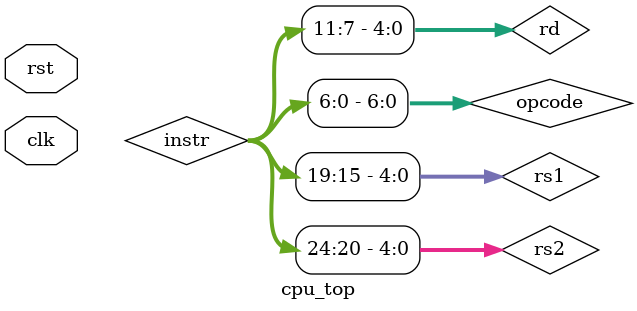
<source format=sv>
module cpu_top (
    input logic clk,
    input logic rst
);

    // PC
    logic [31:0] pc, next_pc;

    // Instruction memory
    logic [31:0] imem [0:255];
    logic [31:0] instr;

    // Wires
    logic reg_write, alu_src;
    logic [3:0] alu_ctrl;

    logic [31:0] rd1, rd2, alu_b, alu_out, imm;

    // PC
    pc pc0 (
        .clk(clk),
        .rst(rst),
        .we(1'b1),
        .next_pc(next_pc),
        .pc(pc)
    );

    // Instruction fetch
    assign instr = imem[pc[9:2]];

    // Decode
    wire [6:0] opcode = instr[6:0];
    wire [4:0] rd     = instr[11:7];
    wire [2:0] funct3 = instr[14:12];
    wire [4:0] rs1    = instr[19:15];
    wire [4:0] rs2    = instr[24:20];
    wire [6:0] funct7 = instr[31:25];

    // Control
    control ctrl (
        opcode, funct3, funct7,
        reg_write, alu_src, alu_ctrl
    );

    // Regfile
    regfile rf (
        clk,
        reg_write,
        rs1, rs2,
        rd,
        alu_out,
        rd1, rd2
    );

    // Immediate
    immgen ig (instr, imm);

    // ALU input mux
    assign alu_b = (alu_src) ? imm : rd2;

    // ALU
    alu alu0 (
        rd1,
        alu_b,
        alu_ctrl,
        alu_out,
        /*zero*/
    );

    // PC increment
    assign next_pc = pc + 4;

endmodule

</source>
